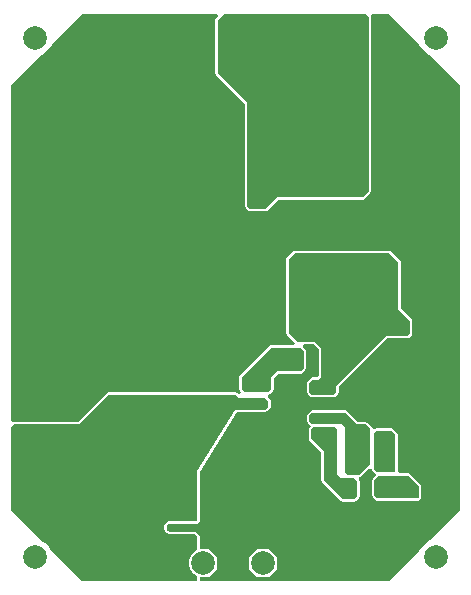
<source format=gbl>
G04*
G04 #@! TF.GenerationSoftware,Altium Limited,Altium Designer,22.7.1 (60)*
G04*
G04 Layer_Physical_Order=2*
G04 Layer_Color=16711680*
%FSLAX44Y44*%
%MOMM*%
G71*
G04*
G04 #@! TF.SameCoordinates,B907E7F6-3D8B-4148-802C-DA242210B7AD*
G04*
G04*
G04 #@! TF.FilePolarity,Positive*
G04*
G01*
G75*
%ADD34C,0.6500*%
%ADD35C,2.0000*%
%ADD36C,2.3000*%
%ADD37C,0.7000*%
G36*
X312500Y487500D02*
Y340000D01*
X307500Y335000D01*
X235000D01*
X225000Y325000D01*
X212500D01*
X210000Y327500D01*
Y415000D01*
X185000Y440000D01*
Y485000D01*
X190000Y490000D01*
X310000Y490000D01*
X312500Y487500D01*
D02*
G37*
G36*
X355300Y464700D02*
Y463911D01*
X363911Y455300D01*
X364700D01*
X390000Y430000D01*
Y70000D01*
X364700Y44700D01*
X363911D01*
X355300Y36089D01*
Y35300D01*
X330000Y10000D01*
X169665D01*
X169665Y10000D01*
Y13000D01*
X177271D01*
X184300Y20029D01*
Y29971D01*
X177271Y37000D01*
X169665D01*
Y47630D01*
X169031Y49161D01*
X167013Y51178D01*
X165483Y51812D01*
X146449D01*
X146094Y51665D01*
X144337D01*
X143111Y52172D01*
X142173Y53111D01*
X141665Y54337D01*
Y55663D01*
X142172Y56889D01*
X143111Y57827D01*
X144337Y58335D01*
X146094D01*
X146449Y58188D01*
X167500D01*
X169031Y58822D01*
X169665Y60353D01*
Y102344D01*
X200915Y152835D01*
X225000D01*
X226531Y153469D01*
X229031Y155969D01*
X229665Y157500D01*
Y162500D01*
X229031Y164031D01*
X227226Y165835D01*
X227340Y166667D01*
X227855Y167982D01*
X229031Y168469D01*
X231531Y170969D01*
X232165Y172500D01*
Y181603D01*
X235897Y185335D01*
X255000D01*
X256531Y185969D01*
X259031Y188469D01*
X259665Y190000D01*
Y205000D01*
X259031Y206531D01*
X257226Y208335D01*
X258055Y210335D01*
X266603D01*
X270335Y206603D01*
Y183397D01*
X269103Y182165D01*
X265000D01*
X263469Y181531D01*
X260969Y179031D01*
X260335Y177500D01*
Y170000D01*
X260969Y168469D01*
X263469Y165969D01*
X265000Y165335D01*
X282500D01*
X284031Y165969D01*
X286531Y168469D01*
X287165Y170000D01*
Y174103D01*
X328397Y215335D01*
X345000D01*
X346531Y215969D01*
X349031Y218469D01*
X349665Y220000D01*
Y230000D01*
X349031Y231531D01*
X339665Y240897D01*
Y280000D01*
X339031Y281531D01*
X331531Y289031D01*
X330000Y289665D01*
X250000Y289665D01*
X248469Y289031D01*
X243469Y284031D01*
X242835Y282500D01*
Y220000D01*
X243469Y218469D01*
X250274Y211665D01*
X249445Y209665D01*
X230000D01*
X228469Y209031D01*
X203469Y184031D01*
X202835Y182500D01*
Y172500D01*
X203469Y170969D01*
X204212Y170227D01*
X203515Y168095D01*
X202607Y167954D01*
X201531Y169031D01*
X200000Y169665D01*
X92500D01*
X90969Y169031D01*
X66603Y144665D01*
X12500D01*
X12000Y144458D01*
X10000Y145675D01*
Y430000D01*
X35300Y455300D01*
X36089D01*
X44700Y463911D01*
Y464700D01*
X70000Y490000D01*
X184325D01*
X185091Y488152D01*
X183469Y486531D01*
X182835Y485000D01*
Y440000D01*
X183469Y438469D01*
X207835Y414103D01*
Y327500D01*
X208469Y325969D01*
X210969Y323469D01*
X212500Y322835D01*
X225000D01*
X226531Y323469D01*
X235897Y332835D01*
X307500D01*
X309031Y333469D01*
X314031Y338469D01*
X314665Y340000D01*
Y487500D01*
X314458Y488000D01*
X315185Y489524D01*
X315675Y490000D01*
X330000D01*
X355300Y464700D01*
D02*
G37*
G36*
X257500Y205000D02*
Y190000D01*
X255000Y187500D01*
X235000D01*
X230000Y182500D01*
Y172500D01*
X227500Y170000D01*
X207500D01*
X205000Y172500D01*
Y182500D01*
X230000Y207500D01*
X255000D01*
X257500Y205000D01*
D02*
G37*
G36*
X330000Y287500D02*
X337500Y280000D01*
Y240000D01*
X347500Y230000D01*
Y220000D01*
X345000Y217500D01*
X327500D01*
X285000Y175000D01*
Y170000D01*
X282500Y167500D01*
X265000D01*
X262500Y170000D01*
Y177500D01*
X265000Y180000D01*
X270000D01*
X272500Y182500D01*
Y207500D01*
X267500Y212500D01*
X252500D01*
X245000Y220000D01*
Y282500D01*
X250000Y287500D01*
X330000Y287500D01*
D02*
G37*
G36*
X202500Y165000D02*
X225000D01*
X227500Y162500D01*
Y157500D01*
X225000Y155000D01*
X199709D01*
X167500Y102960D01*
Y60353D01*
X146449D01*
X146094Y60500D01*
X143906D01*
X141884Y59663D01*
X140337Y58116D01*
X139500Y56094D01*
Y53906D01*
X140337Y51884D01*
X141884Y50337D01*
X143906Y49500D01*
X146094D01*
X146449Y49647D01*
X165483D01*
X167500Y47630D01*
Y36085D01*
X164932Y34602D01*
X162698Y32368D01*
X161118Y29632D01*
X160300Y26580D01*
Y23420D01*
X161118Y20368D01*
X162698Y17632D01*
X164932Y15398D01*
X167500Y13915D01*
Y10000D01*
X70000Y10000D01*
X42841Y37159D01*
X41763Y39026D01*
X39026Y41763D01*
X37159Y42841D01*
X10000Y70000D01*
Y140000D01*
X12500Y142500D01*
X67500D01*
X92500Y167500D01*
X200000D01*
X202500Y165000D01*
D02*
G37*
%LPC*%
G36*
X292500Y154665D02*
X265000D01*
X263469Y154031D01*
X260969Y151531D01*
X260335Y150000D01*
Y145000D01*
X260969Y143469D01*
X263469Y140969D01*
X263500Y140812D01*
X262469Y139781D01*
X261835Y138250D01*
Y131000D01*
X262469Y129469D01*
X272585Y119353D01*
Y95250D01*
X273219Y93719D01*
X289469Y77469D01*
X291000Y76835D01*
X300000D01*
X301531Y77469D01*
X304531Y80469D01*
X305165Y82000D01*
Y94000D01*
X304531Y95531D01*
X304074Y95987D01*
X304839Y97835D01*
X305000D01*
X306531Y98469D01*
X312987Y104926D01*
X315144Y104254D01*
X315469Y103469D01*
X318469Y100469D01*
X318708Y99269D01*
X315969Y96531D01*
X315335Y95000D01*
X315335Y82498D01*
X315969Y80967D01*
X318467Y78469D01*
X319998Y77835D01*
X354000Y77835D01*
X355531Y78469D01*
X356531Y79469D01*
X357165Y81000D01*
Y90000D01*
X356531Y91531D01*
X347531Y100531D01*
X346000Y101165D01*
X338569D01*
X337165Y103000D01*
Y134000D01*
X336531Y135531D01*
X333531Y138531D01*
X332000Y139165D01*
X319000D01*
X318052Y138772D01*
X317258Y138658D01*
X315716Y139582D01*
X315531Y140031D01*
X311531Y144031D01*
X310000Y144665D01*
X303397D01*
X294031Y154031D01*
X292500Y154665D01*
D02*
G37*
G36*
X228071Y37000D02*
X218129D01*
X211100Y29971D01*
Y20029D01*
X218129Y13000D01*
X228071D01*
X235100Y20029D01*
Y29971D01*
X228071Y37000D01*
D02*
G37*
%LPD*%
G36*
X335000Y134000D02*
Y104000D01*
Y103000D01*
X334000Y102000D01*
X320000D01*
X317000Y105000D01*
X317000Y133000D01*
Y135000D01*
X319000Y137000D01*
X332000D01*
X335000Y134000D01*
D02*
G37*
G36*
X302500Y142500D02*
X310000D01*
X314000Y138500D01*
Y109000D01*
X305000Y100000D01*
X295000D01*
X292500Y102500D01*
Y140000D01*
X290000Y142500D01*
X265000D01*
X262500Y145000D01*
Y150000D01*
X265000Y152500D01*
X292500D01*
X302500Y142500D01*
D02*
G37*
G36*
X355000Y90000D02*
Y81000D01*
X354000Y80000D01*
X319998Y80000D01*
X317500Y82498D01*
X317500Y95000D01*
X321500Y99000D01*
X346000D01*
X355000Y90000D01*
D02*
G37*
G36*
X286000Y138000D02*
Y100000D01*
X289000Y97000D01*
X300000D01*
X303000Y94000D01*
Y82000D01*
X300000Y79000D01*
X291000D01*
X274750Y95250D01*
Y120250D01*
X264000Y131000D01*
Y138250D01*
X265750Y140000D01*
X284000Y140000D01*
X286000Y138000D01*
D02*
G37*
D34*
X167700Y55000D02*
X197700Y25000D01*
X145000Y55000D02*
X167700D01*
D35*
X197700Y25000D02*
D03*
X172300D02*
D03*
X370000Y470000D02*
D03*
Y30000D02*
D03*
X30000D02*
D03*
Y470000D02*
D03*
X223100Y25000D02*
D03*
X248500D02*
D03*
D36*
X50000Y160000D02*
D03*
Y110000D02*
D03*
X200000Y451000D02*
D03*
X150000D02*
D03*
D37*
X145000Y55000D02*
D03*
X120000Y70106D02*
D03*
X110000Y100000D02*
D03*
Y80000D02*
D03*
X130000D02*
D03*
Y100000D02*
D03*
X120000Y90105D02*
D03*
X140000Y70000D02*
D03*
X150000Y80000D02*
D03*
X140000Y90000D02*
D03*
X150000Y100000D02*
D03*
X250000Y420000D02*
D03*
X270000D02*
D03*
X290000D02*
D03*
X280000Y410000D02*
D03*
X260000Y410106D02*
D03*
Y390106D02*
D03*
X280000Y390000D02*
D03*
X290000Y400000D02*
D03*
X270000D02*
D03*
X250000D02*
D03*
Y440000D02*
D03*
X270000D02*
D03*
X290000D02*
D03*
X280000Y430000D02*
D03*
X260000Y430106D02*
D03*
Y450106D02*
D03*
X280000Y450000D02*
D03*
X290000Y460000D02*
D03*
X270000D02*
D03*
X250000D02*
D03*
M02*

</source>
